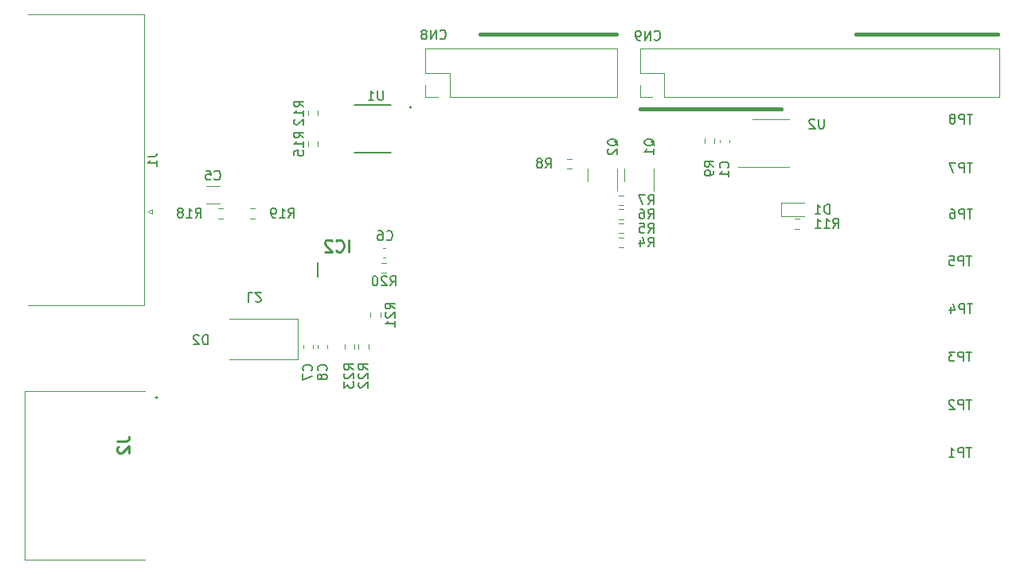
<source format=gbo>
G04 #@! TF.GenerationSoftware,KiCad,Pcbnew,(6.0.1)*
G04 #@! TF.CreationDate,2022-01-30T21:26:31+01:00*
G04 #@! TF.ProjectId,ARM_NUCLEO_HAT_1.0,41524d5f-4e55-4434-9c45-4f5f4841545f,rev?*
G04 #@! TF.SameCoordinates,Original*
G04 #@! TF.FileFunction,Legend,Bot*
G04 #@! TF.FilePolarity,Positive*
%FSLAX46Y46*%
G04 Gerber Fmt 4.6, Leading zero omitted, Abs format (unit mm)*
G04 Created by KiCad (PCBNEW (6.0.1)) date 2022-01-30 21:26:31*
%MOMM*%
%LPD*%
G01*
G04 APERTURE LIST*
%ADD10C,0.400000*%
%ADD11C,0.150000*%
%ADD12C,0.254000*%
%ADD13C,0.120000*%
%ADD14C,0.127000*%
%ADD15C,0.200000*%
%ADD16C,0.100000*%
G04 APERTURE END LIST*
D10*
X222000000Y-123000000D02*
X207000000Y-123000000D01*
X181500000Y-123000000D02*
X167000000Y-123000000D01*
X199000000Y-131000000D02*
X184000000Y-131000000D01*
D11*
X219261904Y-161952380D02*
X218690476Y-161952380D01*
X218976190Y-162952380D02*
X218976190Y-161952380D01*
X218357142Y-162952380D02*
X218357142Y-161952380D01*
X217976190Y-161952380D01*
X217880952Y-162000000D01*
X217833333Y-162047619D01*
X217785714Y-162142857D01*
X217785714Y-162285714D01*
X217833333Y-162380952D01*
X217880952Y-162428571D01*
X217976190Y-162476190D01*
X218357142Y-162476190D01*
X217404761Y-162047619D02*
X217357142Y-162000000D01*
X217261904Y-161952380D01*
X217023809Y-161952380D01*
X216928571Y-162000000D01*
X216880952Y-162047619D01*
X216833333Y-162142857D01*
X216833333Y-162238095D01*
X216880952Y-162380952D01*
X217452380Y-162952380D01*
X216833333Y-162952380D01*
X203561904Y-132052380D02*
X203561904Y-132861904D01*
X203514285Y-132957142D01*
X203466666Y-133004761D01*
X203371428Y-133052380D01*
X203180952Y-133052380D01*
X203085714Y-133004761D01*
X203038095Y-132957142D01*
X202990476Y-132861904D01*
X202990476Y-132052380D01*
X202561904Y-132147619D02*
X202514285Y-132100000D01*
X202419047Y-132052380D01*
X202180952Y-132052380D01*
X202085714Y-132100000D01*
X202038095Y-132147619D01*
X201990476Y-132242857D01*
X201990476Y-132338095D01*
X202038095Y-132480952D01*
X202609523Y-133052380D01*
X201990476Y-133052380D01*
X204542857Y-143652380D02*
X204876190Y-143176190D01*
X205114285Y-143652380D02*
X205114285Y-142652380D01*
X204733333Y-142652380D01*
X204638095Y-142700000D01*
X204590476Y-142747619D01*
X204542857Y-142842857D01*
X204542857Y-142985714D01*
X204590476Y-143080952D01*
X204638095Y-143128571D01*
X204733333Y-143176190D01*
X205114285Y-143176190D01*
X203590476Y-143652380D02*
X204161904Y-143652380D01*
X203876190Y-143652380D02*
X203876190Y-142652380D01*
X203971428Y-142795238D01*
X204066666Y-142890476D01*
X204161904Y-142938095D01*
X202638095Y-143652380D02*
X203209523Y-143652380D01*
X202923809Y-143652380D02*
X202923809Y-142652380D01*
X203019047Y-142795238D01*
X203114285Y-142890476D01*
X203209523Y-142938095D01*
X156691904Y-129015380D02*
X156691904Y-129824904D01*
X156644285Y-129920142D01*
X156596666Y-129967761D01*
X156501428Y-130015380D01*
X156310952Y-130015380D01*
X156215714Y-129967761D01*
X156168095Y-129920142D01*
X156120476Y-129824904D01*
X156120476Y-129015380D01*
X155120476Y-130015380D02*
X155691904Y-130015380D01*
X155406190Y-130015380D02*
X155406190Y-129015380D01*
X155501428Y-129158238D01*
X155596666Y-129253476D01*
X155691904Y-129301095D01*
X219261904Y-167052380D02*
X218690476Y-167052380D01*
X218976190Y-168052380D02*
X218976190Y-167052380D01*
X218357142Y-168052380D02*
X218357142Y-167052380D01*
X217976190Y-167052380D01*
X217880952Y-167100000D01*
X217833333Y-167147619D01*
X217785714Y-167242857D01*
X217785714Y-167385714D01*
X217833333Y-167480952D01*
X217880952Y-167528571D01*
X217976190Y-167576190D01*
X218357142Y-167576190D01*
X216833333Y-168052380D02*
X217404761Y-168052380D01*
X217119047Y-168052380D02*
X217119047Y-167052380D01*
X217214285Y-167195238D01*
X217309523Y-167290476D01*
X217404761Y-167338095D01*
X191852380Y-137133333D02*
X191376190Y-136800000D01*
X191852380Y-136561904D02*
X190852380Y-136561904D01*
X190852380Y-136942857D01*
X190900000Y-137038095D01*
X190947619Y-137085714D01*
X191042857Y-137133333D01*
X191185714Y-137133333D01*
X191280952Y-137085714D01*
X191328571Y-137038095D01*
X191376190Y-136942857D01*
X191376190Y-136561904D01*
X191852380Y-137609523D02*
X191852380Y-137800000D01*
X191804761Y-137895238D01*
X191757142Y-137942857D01*
X191614285Y-138038095D01*
X191423809Y-138085714D01*
X191042857Y-138085714D01*
X190947619Y-138038095D01*
X190900000Y-137990476D01*
X190852380Y-137895238D01*
X190852380Y-137704761D01*
X190900000Y-137609523D01*
X190947619Y-137561904D01*
X191042857Y-137514285D01*
X191280952Y-137514285D01*
X191376190Y-137561904D01*
X191423809Y-137609523D01*
X191471428Y-137704761D01*
X191471428Y-137895238D01*
X191423809Y-137990476D01*
X191376190Y-138038095D01*
X191280952Y-138085714D01*
X157066666Y-144857142D02*
X157114285Y-144904761D01*
X157257142Y-144952380D01*
X157352380Y-144952380D01*
X157495238Y-144904761D01*
X157590476Y-144809523D01*
X157638095Y-144714285D01*
X157685714Y-144523809D01*
X157685714Y-144380952D01*
X157638095Y-144190476D01*
X157590476Y-144095238D01*
X157495238Y-144000000D01*
X157352380Y-143952380D01*
X157257142Y-143952380D01*
X157114285Y-144000000D01*
X157066666Y-144047619D01*
X156209523Y-143952380D02*
X156400000Y-143952380D01*
X156495238Y-144000000D01*
X156542857Y-144047619D01*
X156638095Y-144190476D01*
X156685714Y-144380952D01*
X156685714Y-144761904D01*
X156638095Y-144857142D01*
X156590476Y-144904761D01*
X156495238Y-144952380D01*
X156304761Y-144952380D01*
X156209523Y-144904761D01*
X156161904Y-144857142D01*
X156114285Y-144761904D01*
X156114285Y-144523809D01*
X156161904Y-144428571D01*
X156209523Y-144380952D01*
X156304761Y-144333333D01*
X156495238Y-144333333D01*
X156590476Y-144380952D01*
X156638095Y-144428571D01*
X156685714Y-144523809D01*
X193357142Y-137233333D02*
X193404761Y-137185714D01*
X193452380Y-137042857D01*
X193452380Y-136947619D01*
X193404761Y-136804761D01*
X193309523Y-136709523D01*
X193214285Y-136661904D01*
X193023809Y-136614285D01*
X192880952Y-136614285D01*
X192690476Y-136661904D01*
X192595238Y-136709523D01*
X192500000Y-136804761D01*
X192452380Y-136947619D01*
X192452380Y-137042857D01*
X192500000Y-137185714D01*
X192547619Y-137233333D01*
X193452380Y-138185714D02*
X193452380Y-137614285D01*
X193452380Y-137900000D02*
X192452380Y-137900000D01*
X192595238Y-137804761D01*
X192690476Y-137709523D01*
X192738095Y-137614285D01*
X219261904Y-156852380D02*
X218690476Y-156852380D01*
X218976190Y-157852380D02*
X218976190Y-156852380D01*
X218357142Y-157852380D02*
X218357142Y-156852380D01*
X217976190Y-156852380D01*
X217880952Y-156900000D01*
X217833333Y-156947619D01*
X217785714Y-157042857D01*
X217785714Y-157185714D01*
X217833333Y-157280952D01*
X217880952Y-157328571D01*
X217976190Y-157376190D01*
X218357142Y-157376190D01*
X217452380Y-156852380D02*
X216833333Y-156852380D01*
X217166666Y-157233333D01*
X217023809Y-157233333D01*
X216928571Y-157280952D01*
X216880952Y-157328571D01*
X216833333Y-157423809D01*
X216833333Y-157661904D01*
X216880952Y-157757142D01*
X216928571Y-157804761D01*
X217023809Y-157852380D01*
X217309523Y-157852380D01*
X217404761Y-157804761D01*
X217452380Y-157757142D01*
X184866666Y-144152380D02*
X185200000Y-143676190D01*
X185438095Y-144152380D02*
X185438095Y-143152380D01*
X185057142Y-143152380D01*
X184961904Y-143200000D01*
X184914285Y-143247619D01*
X184866666Y-143342857D01*
X184866666Y-143485714D01*
X184914285Y-143580952D01*
X184961904Y-143628571D01*
X185057142Y-143676190D01*
X185438095Y-143676190D01*
X183961904Y-143152380D02*
X184438095Y-143152380D01*
X184485714Y-143628571D01*
X184438095Y-143580952D01*
X184342857Y-143533333D01*
X184104761Y-143533333D01*
X184009523Y-143580952D01*
X183961904Y-143628571D01*
X183914285Y-143723809D01*
X183914285Y-143961904D01*
X183961904Y-144057142D01*
X184009523Y-144104761D01*
X184104761Y-144152380D01*
X184342857Y-144152380D01*
X184438095Y-144104761D01*
X184485714Y-144057142D01*
X181647619Y-134904761D02*
X181600000Y-134809523D01*
X181504761Y-134714285D01*
X181361904Y-134571428D01*
X181314285Y-134476190D01*
X181314285Y-134380952D01*
X181552380Y-134428571D02*
X181504761Y-134333333D01*
X181409523Y-134238095D01*
X181219047Y-134190476D01*
X180885714Y-134190476D01*
X180695238Y-134238095D01*
X180600000Y-134333333D01*
X180552380Y-134428571D01*
X180552380Y-134619047D01*
X180600000Y-134714285D01*
X180695238Y-134809523D01*
X180885714Y-134857142D01*
X181219047Y-134857142D01*
X181409523Y-134809523D01*
X181504761Y-134714285D01*
X181552380Y-134619047D01*
X181552380Y-134428571D01*
X180647619Y-135238095D02*
X180600000Y-135285714D01*
X180552380Y-135380952D01*
X180552380Y-135619047D01*
X180600000Y-135714285D01*
X180647619Y-135761904D01*
X180742857Y-135809523D01*
X180838095Y-135809523D01*
X180980952Y-135761904D01*
X181552380Y-135190476D01*
X181552380Y-135809523D01*
X150628142Y-158833333D02*
X150675761Y-158785714D01*
X150723380Y-158642857D01*
X150723380Y-158547619D01*
X150675761Y-158404761D01*
X150580523Y-158309523D01*
X150485285Y-158261904D01*
X150294809Y-158214285D01*
X150151952Y-158214285D01*
X149961476Y-158261904D01*
X149866238Y-158309523D01*
X149771000Y-158404761D01*
X149723380Y-158547619D01*
X149723380Y-158642857D01*
X149771000Y-158785714D01*
X149818619Y-158833333D01*
X150151952Y-159404761D02*
X150104333Y-159309523D01*
X150056714Y-159261904D01*
X149961476Y-159214285D01*
X149913857Y-159214285D01*
X149818619Y-159261904D01*
X149771000Y-159309523D01*
X149723380Y-159404761D01*
X149723380Y-159595238D01*
X149771000Y-159690476D01*
X149818619Y-159738095D01*
X149913857Y-159785714D01*
X149961476Y-159785714D01*
X150056714Y-159738095D01*
X150104333Y-159690476D01*
X150151952Y-159595238D01*
X150151952Y-159404761D01*
X150199571Y-159309523D01*
X150247190Y-159261904D01*
X150342428Y-159214285D01*
X150532904Y-159214285D01*
X150628142Y-159261904D01*
X150675761Y-159309523D01*
X150723380Y-159404761D01*
X150723380Y-159595238D01*
X150675761Y-159690476D01*
X150628142Y-159738095D01*
X150532904Y-159785714D01*
X150342428Y-159785714D01*
X150247190Y-159738095D01*
X150199571Y-159690476D01*
X150151952Y-159595238D01*
X138766666Y-138457142D02*
X138814285Y-138504761D01*
X138957142Y-138552380D01*
X139052380Y-138552380D01*
X139195238Y-138504761D01*
X139290476Y-138409523D01*
X139338095Y-138314285D01*
X139385714Y-138123809D01*
X139385714Y-137980952D01*
X139338095Y-137790476D01*
X139290476Y-137695238D01*
X139195238Y-137600000D01*
X139052380Y-137552380D01*
X138957142Y-137552380D01*
X138814285Y-137600000D01*
X138766666Y-137647619D01*
X137861904Y-137552380D02*
X138338095Y-137552380D01*
X138385714Y-138028571D01*
X138338095Y-137980952D01*
X138242857Y-137933333D01*
X138004761Y-137933333D01*
X137909523Y-137980952D01*
X137861904Y-138028571D01*
X137814285Y-138123809D01*
X137814285Y-138361904D01*
X137861904Y-138457142D01*
X137909523Y-138504761D01*
X138004761Y-138552380D01*
X138242857Y-138552380D01*
X138338095Y-138504761D01*
X138385714Y-138457142D01*
X184866666Y-142652380D02*
X185200000Y-142176190D01*
X185438095Y-142652380D02*
X185438095Y-141652380D01*
X185057142Y-141652380D01*
X184961904Y-141700000D01*
X184914285Y-141747619D01*
X184866666Y-141842857D01*
X184866666Y-141985714D01*
X184914285Y-142080952D01*
X184961904Y-142128571D01*
X185057142Y-142176190D01*
X185438095Y-142176190D01*
X184009523Y-141652380D02*
X184200000Y-141652380D01*
X184295238Y-141700000D01*
X184342857Y-141747619D01*
X184438095Y-141890476D01*
X184485714Y-142080952D01*
X184485714Y-142461904D01*
X184438095Y-142557142D01*
X184390476Y-142604761D01*
X184295238Y-142652380D01*
X184104761Y-142652380D01*
X184009523Y-142604761D01*
X183961904Y-142557142D01*
X183914285Y-142461904D01*
X183914285Y-142223809D01*
X183961904Y-142128571D01*
X184009523Y-142080952D01*
X184104761Y-142033333D01*
X184295238Y-142033333D01*
X184390476Y-142080952D01*
X184438095Y-142128571D01*
X184485714Y-142223809D01*
X219361904Y-151752380D02*
X218790476Y-151752380D01*
X219076190Y-152752380D02*
X219076190Y-151752380D01*
X218457142Y-152752380D02*
X218457142Y-151752380D01*
X218076190Y-151752380D01*
X217980952Y-151800000D01*
X217933333Y-151847619D01*
X217885714Y-151942857D01*
X217885714Y-152085714D01*
X217933333Y-152180952D01*
X217980952Y-152228571D01*
X218076190Y-152276190D01*
X218457142Y-152276190D01*
X217028571Y-152085714D02*
X217028571Y-152752380D01*
X217266666Y-151704761D02*
X217504761Y-152419047D01*
X216885714Y-152419047D01*
X149057142Y-158833333D02*
X149104761Y-158785714D01*
X149152380Y-158642857D01*
X149152380Y-158547619D01*
X149104761Y-158404761D01*
X149009523Y-158309523D01*
X148914285Y-158261904D01*
X148723809Y-158214285D01*
X148580952Y-158214285D01*
X148390476Y-158261904D01*
X148295238Y-158309523D01*
X148200000Y-158404761D01*
X148152380Y-158547619D01*
X148152380Y-158642857D01*
X148200000Y-158785714D01*
X148247619Y-158833333D01*
X148152380Y-159166666D02*
X148152380Y-159833333D01*
X149152380Y-159404761D01*
X157442857Y-149782380D02*
X157776190Y-149306190D01*
X158014285Y-149782380D02*
X158014285Y-148782380D01*
X157633333Y-148782380D01*
X157538095Y-148830000D01*
X157490476Y-148877619D01*
X157442857Y-148972857D01*
X157442857Y-149115714D01*
X157490476Y-149210952D01*
X157538095Y-149258571D01*
X157633333Y-149306190D01*
X158014285Y-149306190D01*
X157061904Y-148877619D02*
X157014285Y-148830000D01*
X156919047Y-148782380D01*
X156680952Y-148782380D01*
X156585714Y-148830000D01*
X156538095Y-148877619D01*
X156490476Y-148972857D01*
X156490476Y-149068095D01*
X156538095Y-149210952D01*
X157109523Y-149782380D01*
X156490476Y-149782380D01*
X155871428Y-148782380D02*
X155776190Y-148782380D01*
X155680952Y-148830000D01*
X155633333Y-148877619D01*
X155585714Y-148972857D01*
X155538095Y-149163333D01*
X155538095Y-149401428D01*
X155585714Y-149591904D01*
X155633333Y-149687142D01*
X155680952Y-149734761D01*
X155776190Y-149782380D01*
X155871428Y-149782380D01*
X155966666Y-149734761D01*
X156014285Y-149687142D01*
X156061904Y-149591904D01*
X156109523Y-149401428D01*
X156109523Y-149163333D01*
X156061904Y-148972857D01*
X156014285Y-148877619D01*
X155966666Y-148830000D01*
X155871428Y-148782380D01*
X185547619Y-134904761D02*
X185500000Y-134809523D01*
X185404761Y-134714285D01*
X185261904Y-134571428D01*
X185214285Y-134476190D01*
X185214285Y-134380952D01*
X185452380Y-134428571D02*
X185404761Y-134333333D01*
X185309523Y-134238095D01*
X185119047Y-134190476D01*
X184785714Y-134190476D01*
X184595238Y-134238095D01*
X184500000Y-134333333D01*
X184452380Y-134428571D01*
X184452380Y-134619047D01*
X184500000Y-134714285D01*
X184595238Y-134809523D01*
X184785714Y-134857142D01*
X185119047Y-134857142D01*
X185309523Y-134809523D01*
X185404761Y-134714285D01*
X185452380Y-134619047D01*
X185452380Y-134428571D01*
X185452380Y-135809523D02*
X185452380Y-135238095D01*
X185452380Y-135523809D02*
X184452380Y-135523809D01*
X184595238Y-135428571D01*
X184690476Y-135333333D01*
X184738095Y-135238095D01*
X157923380Y-152257142D02*
X157447190Y-151923809D01*
X157923380Y-151685714D02*
X156923380Y-151685714D01*
X156923380Y-152066666D01*
X156971000Y-152161904D01*
X157018619Y-152209523D01*
X157113857Y-152257142D01*
X157256714Y-152257142D01*
X157351952Y-152209523D01*
X157399571Y-152161904D01*
X157447190Y-152066666D01*
X157447190Y-151685714D01*
X157018619Y-152638095D02*
X156971000Y-152685714D01*
X156923380Y-152780952D01*
X156923380Y-153019047D01*
X156971000Y-153114285D01*
X157018619Y-153161904D01*
X157113857Y-153209523D01*
X157209095Y-153209523D01*
X157351952Y-153161904D01*
X157923380Y-152590476D01*
X157923380Y-153209523D01*
X157923380Y-154161904D02*
X157923380Y-153590476D01*
X157923380Y-153876190D02*
X156923380Y-153876190D01*
X157066238Y-153780952D01*
X157161476Y-153685714D01*
X157209095Y-153590476D01*
X131662380Y-136056666D02*
X132376666Y-136056666D01*
X132519523Y-136009047D01*
X132614761Y-135913809D01*
X132662380Y-135770952D01*
X132662380Y-135675714D01*
X132662380Y-137056666D02*
X132662380Y-136485238D01*
X132662380Y-136770952D02*
X131662380Y-136770952D01*
X131805238Y-136675714D01*
X131900476Y-136580476D01*
X131948095Y-136485238D01*
X184866666Y-141152380D02*
X185200000Y-140676190D01*
X185438095Y-141152380D02*
X185438095Y-140152380D01*
X185057142Y-140152380D01*
X184961904Y-140200000D01*
X184914285Y-140247619D01*
X184866666Y-140342857D01*
X184866666Y-140485714D01*
X184914285Y-140580952D01*
X184961904Y-140628571D01*
X185057142Y-140676190D01*
X185438095Y-140676190D01*
X184533333Y-140152380D02*
X183866666Y-140152380D01*
X184295238Y-141152380D01*
X146642857Y-142552380D02*
X146976190Y-142076190D01*
X147214285Y-142552380D02*
X147214285Y-141552380D01*
X146833333Y-141552380D01*
X146738095Y-141600000D01*
X146690476Y-141647619D01*
X146642857Y-141742857D01*
X146642857Y-141885714D01*
X146690476Y-141980952D01*
X146738095Y-142028571D01*
X146833333Y-142076190D01*
X147214285Y-142076190D01*
X145690476Y-142552380D02*
X146261904Y-142552380D01*
X145976190Y-142552380D02*
X145976190Y-141552380D01*
X146071428Y-141695238D01*
X146166666Y-141790476D01*
X146261904Y-141838095D01*
X145214285Y-142552380D02*
X145023809Y-142552380D01*
X144928571Y-142504761D01*
X144880952Y-142457142D01*
X144785714Y-142314285D01*
X144738095Y-142123809D01*
X144738095Y-141742857D01*
X144785714Y-141647619D01*
X144833333Y-141600000D01*
X144928571Y-141552380D01*
X145119047Y-141552380D01*
X145214285Y-141600000D01*
X145261904Y-141647619D01*
X145309523Y-141742857D01*
X145309523Y-141980952D01*
X145261904Y-142076190D01*
X145214285Y-142123809D01*
X145119047Y-142171428D01*
X144928571Y-142171428D01*
X144833333Y-142123809D01*
X144785714Y-142076190D01*
X144738095Y-141980952D01*
X148222380Y-130757142D02*
X147746190Y-130423809D01*
X148222380Y-130185714D02*
X147222380Y-130185714D01*
X147222380Y-130566666D01*
X147270000Y-130661904D01*
X147317619Y-130709523D01*
X147412857Y-130757142D01*
X147555714Y-130757142D01*
X147650952Y-130709523D01*
X147698571Y-130661904D01*
X147746190Y-130566666D01*
X147746190Y-130185714D01*
X148222380Y-131709523D02*
X148222380Y-131138095D01*
X148222380Y-131423809D02*
X147222380Y-131423809D01*
X147365238Y-131328571D01*
X147460476Y-131233333D01*
X147508095Y-131138095D01*
X147317619Y-132090476D02*
X147270000Y-132138095D01*
X147222380Y-132233333D01*
X147222380Y-132471428D01*
X147270000Y-132566666D01*
X147317619Y-132614285D01*
X147412857Y-132661904D01*
X147508095Y-132661904D01*
X147650952Y-132614285D01*
X148222380Y-132042857D01*
X148222380Y-132661904D01*
D12*
X153039761Y-146174523D02*
X153039761Y-144904523D01*
X151709285Y-146053571D02*
X151769761Y-146114047D01*
X151951190Y-146174523D01*
X152072142Y-146174523D01*
X152253571Y-146114047D01*
X152374523Y-145993095D01*
X152435000Y-145872142D01*
X152495476Y-145630238D01*
X152495476Y-145448809D01*
X152435000Y-145206904D01*
X152374523Y-145085952D01*
X152253571Y-144965000D01*
X152072142Y-144904523D01*
X151951190Y-144904523D01*
X151769761Y-144965000D01*
X151709285Y-145025476D01*
X151225476Y-145025476D02*
X151165000Y-144965000D01*
X151044047Y-144904523D01*
X150741666Y-144904523D01*
X150620714Y-144965000D01*
X150560238Y-145025476D01*
X150499761Y-145146428D01*
X150499761Y-145267380D01*
X150560238Y-145448809D01*
X151285952Y-146174523D01*
X150499761Y-146174523D01*
D11*
X219361904Y-141652380D02*
X218790476Y-141652380D01*
X219076190Y-142652380D02*
X219076190Y-141652380D01*
X218457142Y-142652380D02*
X218457142Y-141652380D01*
X218076190Y-141652380D01*
X217980952Y-141700000D01*
X217933333Y-141747619D01*
X217885714Y-141842857D01*
X217885714Y-141985714D01*
X217933333Y-142080952D01*
X217980952Y-142128571D01*
X218076190Y-142176190D01*
X218457142Y-142176190D01*
X217028571Y-141652380D02*
X217219047Y-141652380D01*
X217314285Y-141700000D01*
X217361904Y-141747619D01*
X217457142Y-141890476D01*
X217504761Y-142080952D01*
X217504761Y-142461904D01*
X217457142Y-142557142D01*
X217409523Y-142604761D01*
X217314285Y-142652380D01*
X217123809Y-142652380D01*
X217028571Y-142604761D01*
X216980952Y-142557142D01*
X216933333Y-142461904D01*
X216933333Y-142223809D01*
X216980952Y-142128571D01*
X217028571Y-142080952D01*
X217123809Y-142033333D01*
X217314285Y-142033333D01*
X217409523Y-142080952D01*
X217457142Y-142128571D01*
X217504761Y-142223809D01*
X153552380Y-158757142D02*
X153076190Y-158423809D01*
X153552380Y-158185714D02*
X152552380Y-158185714D01*
X152552380Y-158566666D01*
X152600000Y-158661904D01*
X152647619Y-158709523D01*
X152742857Y-158757142D01*
X152885714Y-158757142D01*
X152980952Y-158709523D01*
X153028571Y-158661904D01*
X153076190Y-158566666D01*
X153076190Y-158185714D01*
X152647619Y-159138095D02*
X152600000Y-159185714D01*
X152552380Y-159280952D01*
X152552380Y-159519047D01*
X152600000Y-159614285D01*
X152647619Y-159661904D01*
X152742857Y-159709523D01*
X152838095Y-159709523D01*
X152980952Y-159661904D01*
X153552380Y-159090476D01*
X153552380Y-159709523D01*
X152552380Y-160042857D02*
X152552380Y-160661904D01*
X152933333Y-160328571D01*
X152933333Y-160471428D01*
X152980952Y-160566666D01*
X153028571Y-160614285D01*
X153123809Y-160661904D01*
X153361904Y-160661904D01*
X153457142Y-160614285D01*
X153504761Y-160566666D01*
X153552380Y-160471428D01*
X153552380Y-160185714D01*
X153504761Y-160090476D01*
X153457142Y-160042857D01*
X155052380Y-158757142D02*
X154576190Y-158423809D01*
X155052380Y-158185714D02*
X154052380Y-158185714D01*
X154052380Y-158566666D01*
X154100000Y-158661904D01*
X154147619Y-158709523D01*
X154242857Y-158757142D01*
X154385714Y-158757142D01*
X154480952Y-158709523D01*
X154528571Y-158661904D01*
X154576190Y-158566666D01*
X154576190Y-158185714D01*
X154147619Y-159138095D02*
X154100000Y-159185714D01*
X154052380Y-159280952D01*
X154052380Y-159519047D01*
X154100000Y-159614285D01*
X154147619Y-159661904D01*
X154242857Y-159709523D01*
X154338095Y-159709523D01*
X154480952Y-159661904D01*
X155052380Y-159090476D01*
X155052380Y-159709523D01*
X154147619Y-160090476D02*
X154100000Y-160138095D01*
X154052380Y-160233333D01*
X154052380Y-160471428D01*
X154100000Y-160566666D01*
X154147619Y-160614285D01*
X154242857Y-160661904D01*
X154338095Y-160661904D01*
X154480952Y-160614285D01*
X155052380Y-160042857D01*
X155052380Y-160661904D01*
X148222380Y-134057142D02*
X147746190Y-133723809D01*
X148222380Y-133485714D02*
X147222380Y-133485714D01*
X147222380Y-133866666D01*
X147270000Y-133961904D01*
X147317619Y-134009523D01*
X147412857Y-134057142D01*
X147555714Y-134057142D01*
X147650952Y-134009523D01*
X147698571Y-133961904D01*
X147746190Y-133866666D01*
X147746190Y-133485714D01*
X148222380Y-135009523D02*
X148222380Y-134438095D01*
X148222380Y-134723809D02*
X147222380Y-134723809D01*
X147365238Y-134628571D01*
X147460476Y-134533333D01*
X147508095Y-134438095D01*
X147222380Y-135914285D02*
X147222380Y-135438095D01*
X147698571Y-135390476D01*
X147650952Y-135438095D01*
X147603333Y-135533333D01*
X147603333Y-135771428D01*
X147650952Y-135866666D01*
X147698571Y-135914285D01*
X147793809Y-135961904D01*
X148031904Y-135961904D01*
X148127142Y-135914285D01*
X148174761Y-135866666D01*
X148222380Y-135771428D01*
X148222380Y-135533333D01*
X148174761Y-135438095D01*
X148127142Y-135390476D01*
X138038095Y-156052380D02*
X138038095Y-155052380D01*
X137800000Y-155052380D01*
X137657142Y-155100000D01*
X137561904Y-155195238D01*
X137514285Y-155290476D01*
X137466666Y-155480952D01*
X137466666Y-155623809D01*
X137514285Y-155814285D01*
X137561904Y-155909523D01*
X137657142Y-156004761D01*
X137800000Y-156052380D01*
X138038095Y-156052380D01*
X137085714Y-155147619D02*
X137038095Y-155100000D01*
X136942857Y-155052380D01*
X136704761Y-155052380D01*
X136609523Y-155100000D01*
X136561904Y-155147619D01*
X136514285Y-155242857D01*
X136514285Y-155338095D01*
X136561904Y-155480952D01*
X137133333Y-156052380D01*
X136514285Y-156052380D01*
D12*
X128419523Y-166376666D02*
X129326666Y-166376666D01*
X129508095Y-166316190D01*
X129629047Y-166195238D01*
X129689523Y-166013809D01*
X129689523Y-165892857D01*
X128540476Y-166920952D02*
X128480000Y-166981428D01*
X128419523Y-167102380D01*
X128419523Y-167404761D01*
X128480000Y-167525714D01*
X128540476Y-167586190D01*
X128661428Y-167646666D01*
X128782380Y-167646666D01*
X128963809Y-167586190D01*
X129689523Y-166860476D01*
X129689523Y-167646666D01*
D11*
X219361904Y-136752380D02*
X218790476Y-136752380D01*
X219076190Y-137752380D02*
X219076190Y-136752380D01*
X218457142Y-137752380D02*
X218457142Y-136752380D01*
X218076190Y-136752380D01*
X217980952Y-136800000D01*
X217933333Y-136847619D01*
X217885714Y-136942857D01*
X217885714Y-137085714D01*
X217933333Y-137180952D01*
X217980952Y-137228571D01*
X218076190Y-137276190D01*
X218457142Y-137276190D01*
X217552380Y-136752380D02*
X216885714Y-136752380D01*
X217314285Y-137752380D01*
X136742857Y-142552380D02*
X137076190Y-142076190D01*
X137314285Y-142552380D02*
X137314285Y-141552380D01*
X136933333Y-141552380D01*
X136838095Y-141600000D01*
X136790476Y-141647619D01*
X136742857Y-141742857D01*
X136742857Y-141885714D01*
X136790476Y-141980952D01*
X136838095Y-142028571D01*
X136933333Y-142076190D01*
X137314285Y-142076190D01*
X135790476Y-142552380D02*
X136361904Y-142552380D01*
X136076190Y-142552380D02*
X136076190Y-141552380D01*
X136171428Y-141695238D01*
X136266666Y-141790476D01*
X136361904Y-141838095D01*
X135219047Y-141980952D02*
X135314285Y-141933333D01*
X135361904Y-141885714D01*
X135409523Y-141790476D01*
X135409523Y-141742857D01*
X135361904Y-141647619D01*
X135314285Y-141600000D01*
X135219047Y-141552380D01*
X135028571Y-141552380D01*
X134933333Y-141600000D01*
X134885714Y-141647619D01*
X134838095Y-141742857D01*
X134838095Y-141790476D01*
X134885714Y-141885714D01*
X134933333Y-141933333D01*
X135028571Y-141980952D01*
X135219047Y-141980952D01*
X135314285Y-142028571D01*
X135361904Y-142076190D01*
X135409523Y-142171428D01*
X135409523Y-142361904D01*
X135361904Y-142457142D01*
X135314285Y-142504761D01*
X135219047Y-142552380D01*
X135028571Y-142552380D01*
X134933333Y-142504761D01*
X134885714Y-142457142D01*
X134838095Y-142361904D01*
X134838095Y-142171428D01*
X134885714Y-142076190D01*
X134933333Y-142028571D01*
X135028571Y-141980952D01*
X162750476Y-123467142D02*
X162798095Y-123514761D01*
X162940952Y-123562380D01*
X163036190Y-123562380D01*
X163179047Y-123514761D01*
X163274285Y-123419523D01*
X163321904Y-123324285D01*
X163369523Y-123133809D01*
X163369523Y-122990952D01*
X163321904Y-122800476D01*
X163274285Y-122705238D01*
X163179047Y-122610000D01*
X163036190Y-122562380D01*
X162940952Y-122562380D01*
X162798095Y-122610000D01*
X162750476Y-122657619D01*
X162321904Y-123562380D02*
X162321904Y-122562380D01*
X161750476Y-123562380D01*
X161750476Y-122562380D01*
X161131428Y-122990952D02*
X161226666Y-122943333D01*
X161274285Y-122895714D01*
X161321904Y-122800476D01*
X161321904Y-122752857D01*
X161274285Y-122657619D01*
X161226666Y-122610000D01*
X161131428Y-122562380D01*
X160940952Y-122562380D01*
X160845714Y-122610000D01*
X160798095Y-122657619D01*
X160750476Y-122752857D01*
X160750476Y-122800476D01*
X160798095Y-122895714D01*
X160845714Y-122943333D01*
X160940952Y-122990952D01*
X161131428Y-122990952D01*
X161226666Y-123038571D01*
X161274285Y-123086190D01*
X161321904Y-123181428D01*
X161321904Y-123371904D01*
X161274285Y-123467142D01*
X161226666Y-123514761D01*
X161131428Y-123562380D01*
X160940952Y-123562380D01*
X160845714Y-123514761D01*
X160798095Y-123467142D01*
X160750476Y-123371904D01*
X160750476Y-123181428D01*
X160798095Y-123086190D01*
X160845714Y-123038571D01*
X160940952Y-122990952D01*
X173966666Y-137252380D02*
X174300000Y-136776190D01*
X174538095Y-137252380D02*
X174538095Y-136252380D01*
X174157142Y-136252380D01*
X174061904Y-136300000D01*
X174014285Y-136347619D01*
X173966666Y-136442857D01*
X173966666Y-136585714D01*
X174014285Y-136680952D01*
X174061904Y-136728571D01*
X174157142Y-136776190D01*
X174538095Y-136776190D01*
X173395238Y-136680952D02*
X173490476Y-136633333D01*
X173538095Y-136585714D01*
X173585714Y-136490476D01*
X173585714Y-136442857D01*
X173538095Y-136347619D01*
X173490476Y-136300000D01*
X173395238Y-136252380D01*
X173204761Y-136252380D01*
X173109523Y-136300000D01*
X173061904Y-136347619D01*
X173014285Y-136442857D01*
X173014285Y-136490476D01*
X173061904Y-136585714D01*
X173109523Y-136633333D01*
X173204761Y-136680952D01*
X173395238Y-136680952D01*
X173490476Y-136728571D01*
X173538095Y-136776190D01*
X173585714Y-136871428D01*
X173585714Y-137061904D01*
X173538095Y-137157142D01*
X173490476Y-137204761D01*
X173395238Y-137252380D01*
X173204761Y-137252380D01*
X173109523Y-137204761D01*
X173061904Y-137157142D01*
X173014285Y-137061904D01*
X173014285Y-136871428D01*
X173061904Y-136776190D01*
X173109523Y-136728571D01*
X173204761Y-136680952D01*
X142833333Y-150547619D02*
X142357142Y-150547619D01*
X142357142Y-151547619D01*
X143119047Y-151452380D02*
X143166666Y-151500000D01*
X143261904Y-151547619D01*
X143500000Y-151547619D01*
X143595238Y-151500000D01*
X143642857Y-151452380D01*
X143690476Y-151357142D01*
X143690476Y-151261904D01*
X143642857Y-151119047D01*
X143071428Y-150547619D01*
X143690476Y-150547619D01*
X219361904Y-131552380D02*
X218790476Y-131552380D01*
X219076190Y-132552380D02*
X219076190Y-131552380D01*
X218457142Y-132552380D02*
X218457142Y-131552380D01*
X218076190Y-131552380D01*
X217980952Y-131600000D01*
X217933333Y-131647619D01*
X217885714Y-131742857D01*
X217885714Y-131885714D01*
X217933333Y-131980952D01*
X217980952Y-132028571D01*
X218076190Y-132076190D01*
X218457142Y-132076190D01*
X217314285Y-131980952D02*
X217409523Y-131933333D01*
X217457142Y-131885714D01*
X217504761Y-131790476D01*
X217504761Y-131742857D01*
X217457142Y-131647619D01*
X217409523Y-131600000D01*
X217314285Y-131552380D01*
X217123809Y-131552380D01*
X217028571Y-131600000D01*
X216980952Y-131647619D01*
X216933333Y-131742857D01*
X216933333Y-131790476D01*
X216980952Y-131885714D01*
X217028571Y-131933333D01*
X217123809Y-131980952D01*
X217314285Y-131980952D01*
X217409523Y-132028571D01*
X217457142Y-132076190D01*
X217504761Y-132171428D01*
X217504761Y-132361904D01*
X217457142Y-132457142D01*
X217409523Y-132504761D01*
X217314285Y-132552380D01*
X217123809Y-132552380D01*
X217028571Y-132504761D01*
X216980952Y-132457142D01*
X216933333Y-132361904D01*
X216933333Y-132171428D01*
X216980952Y-132076190D01*
X217028571Y-132028571D01*
X217123809Y-131980952D01*
X204138095Y-142152380D02*
X204138095Y-141152380D01*
X203900000Y-141152380D01*
X203757142Y-141200000D01*
X203661904Y-141295238D01*
X203614285Y-141390476D01*
X203566666Y-141580952D01*
X203566666Y-141723809D01*
X203614285Y-141914285D01*
X203661904Y-142009523D01*
X203757142Y-142104761D01*
X203900000Y-142152380D01*
X204138095Y-142152380D01*
X202614285Y-142152380D02*
X203185714Y-142152380D01*
X202900000Y-142152380D02*
X202900000Y-141152380D01*
X202995238Y-141295238D01*
X203090476Y-141390476D01*
X203185714Y-141438095D01*
X184866666Y-145652380D02*
X185200000Y-145176190D01*
X185438095Y-145652380D02*
X185438095Y-144652380D01*
X185057142Y-144652380D01*
X184961904Y-144700000D01*
X184914285Y-144747619D01*
X184866666Y-144842857D01*
X184866666Y-144985714D01*
X184914285Y-145080952D01*
X184961904Y-145128571D01*
X185057142Y-145176190D01*
X185438095Y-145176190D01*
X184009523Y-144985714D02*
X184009523Y-145652380D01*
X184247619Y-144604761D02*
X184485714Y-145319047D01*
X183866666Y-145319047D01*
X219261904Y-146652380D02*
X218690476Y-146652380D01*
X218976190Y-147652380D02*
X218976190Y-146652380D01*
X218357142Y-147652380D02*
X218357142Y-146652380D01*
X217976190Y-146652380D01*
X217880952Y-146700000D01*
X217833333Y-146747619D01*
X217785714Y-146842857D01*
X217785714Y-146985714D01*
X217833333Y-147080952D01*
X217880952Y-147128571D01*
X217976190Y-147176190D01*
X218357142Y-147176190D01*
X216880952Y-146652380D02*
X217357142Y-146652380D01*
X217404761Y-147128571D01*
X217357142Y-147080952D01*
X217261904Y-147033333D01*
X217023809Y-147033333D01*
X216928571Y-147080952D01*
X216880952Y-147128571D01*
X216833333Y-147223809D01*
X216833333Y-147461904D01*
X216880952Y-147557142D01*
X216928571Y-147604761D01*
X217023809Y-147652380D01*
X217261904Y-147652380D01*
X217357142Y-147604761D01*
X217404761Y-147557142D01*
X185530476Y-123557142D02*
X185578095Y-123604761D01*
X185720952Y-123652380D01*
X185816190Y-123652380D01*
X185959047Y-123604761D01*
X186054285Y-123509523D01*
X186101904Y-123414285D01*
X186149523Y-123223809D01*
X186149523Y-123080952D01*
X186101904Y-122890476D01*
X186054285Y-122795238D01*
X185959047Y-122700000D01*
X185816190Y-122652380D01*
X185720952Y-122652380D01*
X185578095Y-122700000D01*
X185530476Y-122747619D01*
X185101904Y-123652380D02*
X185101904Y-122652380D01*
X184530476Y-123652380D01*
X184530476Y-122652380D01*
X184006666Y-123652380D02*
X183816190Y-123652380D01*
X183720952Y-123604761D01*
X183673333Y-123557142D01*
X183578095Y-123414285D01*
X183530476Y-123223809D01*
X183530476Y-122842857D01*
X183578095Y-122747619D01*
X183625714Y-122700000D01*
X183720952Y-122652380D01*
X183911428Y-122652380D01*
X184006666Y-122700000D01*
X184054285Y-122747619D01*
X184101904Y-122842857D01*
X184101904Y-123080952D01*
X184054285Y-123176190D01*
X184006666Y-123223809D01*
X183911428Y-123271428D01*
X183720952Y-123271428D01*
X183625714Y-123223809D01*
X183578095Y-123176190D01*
X183530476Y-123080952D01*
D13*
X197900000Y-132040000D02*
X199850000Y-132040000D01*
X197900000Y-137160000D02*
X194450000Y-137160000D01*
X197900000Y-137160000D02*
X199850000Y-137160000D01*
X197900000Y-132040000D02*
X195950000Y-132040000D01*
X200445276Y-143722500D02*
X200954724Y-143722500D01*
X200445276Y-142677500D02*
X200954724Y-142677500D01*
D14*
X157495000Y-135625000D02*
X153595000Y-135625000D01*
X157495000Y-130575000D02*
X153595000Y-130575000D01*
D15*
X159685000Y-130795000D02*
G75*
G03*
X159685000Y-130795000I-100000J0D01*
G01*
D13*
X191922500Y-134654724D02*
X191922500Y-134145276D01*
X190877500Y-134654724D02*
X190877500Y-134145276D01*
X156653733Y-146810000D02*
X156946267Y-146810000D01*
X156653733Y-145790000D02*
X156946267Y-145790000D01*
X193510000Y-134253733D02*
X193510000Y-134546267D01*
X192490000Y-134253733D02*
X192490000Y-134546267D01*
X181745276Y-143177500D02*
X182254724Y-143177500D01*
X181745276Y-144222500D02*
X182254724Y-144222500D01*
X178440000Y-138000000D02*
X178440000Y-137350000D01*
X178440000Y-138000000D02*
X178440000Y-138650000D01*
X181560000Y-138000000D02*
X181560000Y-139675000D01*
X181560000Y-138000000D02*
X181560000Y-137350000D01*
X150781000Y-156153733D02*
X150781000Y-156446267D01*
X149761000Y-156153733D02*
X149761000Y-156446267D01*
X137888748Y-141010000D02*
X139311252Y-141010000D01*
X137888748Y-139190000D02*
X139311252Y-139190000D01*
X181745276Y-142722500D02*
X182254724Y-142722500D01*
X181745276Y-141677500D02*
X182254724Y-141677500D01*
X149210000Y-156153733D02*
X149210000Y-156446267D01*
X148190000Y-156153733D02*
X148190000Y-156446267D01*
X156545276Y-147377500D02*
X157054724Y-147377500D01*
X156545276Y-148422500D02*
X157054724Y-148422500D01*
X182340000Y-138000000D02*
X182340000Y-137350000D01*
X185460000Y-138000000D02*
X185460000Y-137350000D01*
X185460000Y-138000000D02*
X185460000Y-139675000D01*
X182340000Y-138000000D02*
X182340000Y-138650000D01*
X156393500Y-153154724D02*
X156393500Y-152645276D01*
X155348500Y-153154724D02*
X155348500Y-152645276D01*
X118930000Y-151875000D02*
X131270000Y-151875000D01*
X132164338Y-141680000D02*
X131731325Y-141930000D01*
X131270000Y-151875000D02*
X131270000Y-120905000D01*
X132164338Y-142180000D02*
X132164338Y-141680000D01*
X131270000Y-120905000D02*
X118930000Y-120905000D01*
X131731325Y-141930000D02*
X132164338Y-142180000D01*
X182254724Y-141222500D02*
X181745276Y-141222500D01*
X182254724Y-140177500D02*
X181745276Y-140177500D01*
X142545276Y-142622500D02*
X143054724Y-142622500D01*
X142545276Y-141577500D02*
X143054724Y-141577500D01*
X148677500Y-131145276D02*
X148677500Y-131654724D01*
X149722500Y-131145276D02*
X149722500Y-131654724D01*
D15*
X149695000Y-147325000D02*
X149695000Y-148850000D01*
D13*
X153622500Y-156045276D02*
X153622500Y-156554724D01*
X152577500Y-156045276D02*
X152577500Y-156554724D01*
X155122500Y-156554724D02*
X155122500Y-156045276D01*
X154077500Y-156554724D02*
X154077500Y-156045276D01*
X149722500Y-134445276D02*
X149722500Y-134954724D01*
X148677500Y-134445276D02*
X148677500Y-134954724D01*
X147600000Y-157650000D02*
X140300000Y-157650000D01*
X147600000Y-153350000D02*
X140300000Y-153350000D01*
X147600000Y-153350000D02*
X147600000Y-157650000D01*
D15*
X132496000Y-161700000D02*
X132496000Y-161700000D01*
D16*
X118596000Y-179000000D02*
X118596000Y-161000000D01*
X118596000Y-161000000D02*
X131396000Y-161000000D01*
D15*
X132696000Y-161700000D02*
X132696000Y-161700000D01*
D16*
X131396000Y-179000000D02*
X118596000Y-179000000D01*
D15*
X132696000Y-161700000D02*
G75*
G03*
X132496000Y-161700000I-100000J0D01*
G01*
X132496000Y-161700000D02*
G75*
G03*
X132696000Y-161700000I100000J0D01*
G01*
D13*
X139145276Y-141577500D02*
X139654724Y-141577500D01*
X139145276Y-142622500D02*
X139654724Y-142622500D01*
X161150000Y-129730000D02*
X162480000Y-129730000D01*
X163750000Y-127130000D02*
X163750000Y-129730000D01*
X161150000Y-128400000D02*
X161150000Y-129730000D01*
X161150000Y-124530000D02*
X161150000Y-127130000D01*
X163750000Y-129730000D02*
X181590000Y-129730000D01*
X161150000Y-127130000D02*
X163750000Y-127130000D01*
X161150000Y-124530000D02*
X181590000Y-124530000D01*
X181590000Y-124530000D02*
X181590000Y-129730000D01*
X176245276Y-137322500D02*
X176754724Y-137322500D01*
X176245276Y-136277500D02*
X176754724Y-136277500D01*
X201500000Y-142435000D02*
X199040000Y-142435000D01*
X199040000Y-140965000D02*
X201500000Y-140965000D01*
X199040000Y-142435000D02*
X199040000Y-140965000D01*
X182254724Y-144677500D02*
X181745276Y-144677500D01*
X182254724Y-145722500D02*
X181745276Y-145722500D01*
X184000000Y-129730000D02*
X185330000Y-129730000D01*
X186600000Y-127130000D02*
X186600000Y-129730000D01*
X184000000Y-124530000D02*
X184000000Y-127130000D01*
X222220000Y-124530000D02*
X222220000Y-129730000D01*
X186600000Y-129730000D02*
X222220000Y-129730000D01*
X184000000Y-124530000D02*
X222220000Y-124530000D01*
X184000000Y-127130000D02*
X186600000Y-127130000D01*
X184000000Y-128400000D02*
X184000000Y-129730000D01*
M02*

</source>
